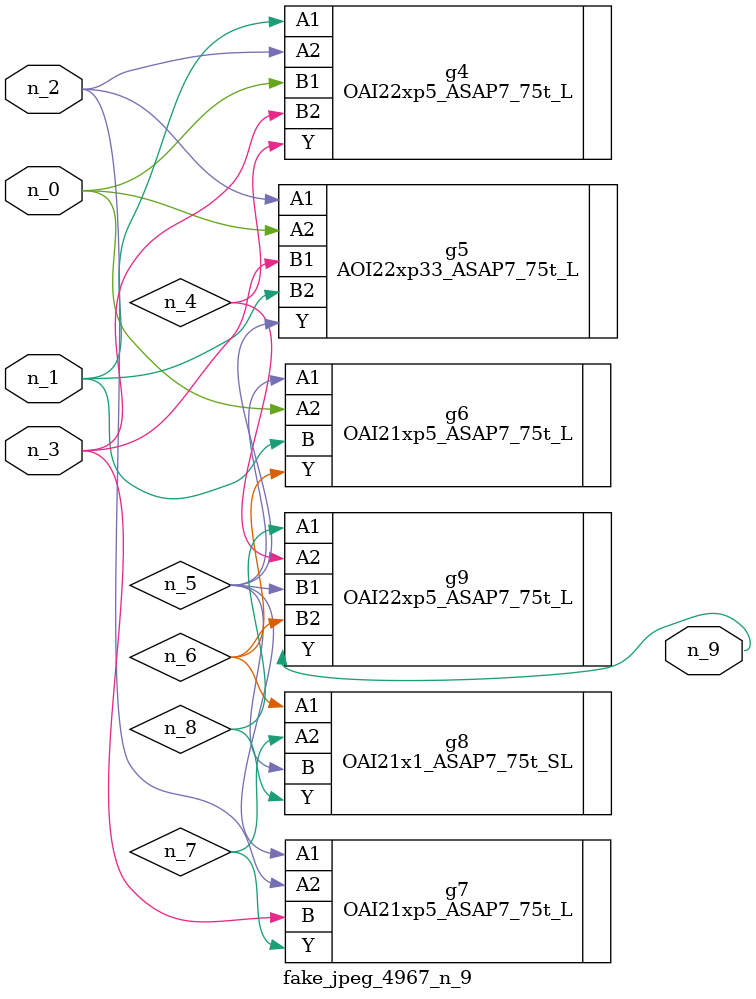
<source format=v>
module fake_jpeg_4967_n_9 (n_0, n_3, n_2, n_1, n_9);

input n_0;
input n_3;
input n_2;
input n_1;

output n_9;

wire n_4;
wire n_8;
wire n_6;
wire n_5;
wire n_7;

OAI22xp5_ASAP7_75t_L g4 ( 
.A1(n_1),
.A2(n_2),
.B1(n_0),
.B2(n_3),
.Y(n_4)
);

AOI22xp33_ASAP7_75t_L g5 ( 
.A1(n_2),
.A2(n_0),
.B1(n_3),
.B2(n_1),
.Y(n_5)
);

OAI21xp5_ASAP7_75t_L g6 ( 
.A1(n_5),
.A2(n_0),
.B(n_1),
.Y(n_6)
);

OAI21x1_ASAP7_75t_SL g8 ( 
.A1(n_6),
.A2(n_7),
.B(n_5),
.Y(n_8)
);

OAI21xp5_ASAP7_75t_L g7 ( 
.A1(n_5),
.A2(n_2),
.B(n_3),
.Y(n_7)
);

OAI22xp5_ASAP7_75t_L g9 ( 
.A1(n_8),
.A2(n_4),
.B1(n_5),
.B2(n_6),
.Y(n_9)
);


endmodule
</source>
